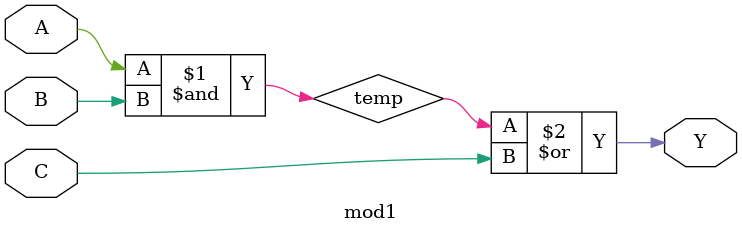
<source format=sv>
`timescale 1ns / 1ps



module mod1(
    input logic A, B, C,
    output logic Y
    );
    // logica combinacional
    
    logic temp; 
    
    assign temp = A & B;
    assign Y = temp | C;
endmodule

</source>
